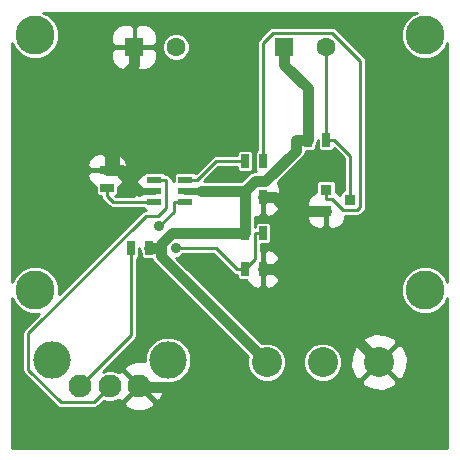
<source format=gtl>
G04 (created by PCBNEW (2013-mar-13)-testing) date Wed 04 Dec 2013 03:02:40 PM PST*
%MOIN*%
G04 Gerber Fmt 3.4, Leading zero omitted, Abs format*
%FSLAX34Y34*%
G01*
G70*
G90*
G04 APERTURE LIST*
%ADD10C,0.005906*%
%ADD11R,0.025000X0.045000*%
%ADD12R,0.063000X0.063000*%
%ADD13C,0.063000*%
%ADD14R,0.036000X0.036000*%
%ADD15R,0.045000X0.025000*%
%ADD16C,0.076000*%
%ADD17C,0.125000*%
%ADD18C,0.100000*%
%ADD19R,0.048031X0.024409*%
%ADD20C,0.130000*%
%ADD21C,0.035000*%
%ADD22C,0.035000*%
%ADD23C,0.024992*%
%ADD24C,0.024402*%
%ADD25C,0.010000*%
G04 APERTURE END LIST*
G54D10*
G54D11*
X18000Y-16400D03*
X18600Y-16400D03*
X20700Y-14500D03*
X20100Y-14500D03*
G54D12*
X14311Y-11400D03*
G54D13*
X15689Y-11400D03*
G54D12*
X19311Y-11400D03*
G54D13*
X20689Y-11400D03*
G54D14*
X20700Y-16850D03*
X20700Y-16150D03*
X21500Y-16500D03*
G54D11*
X14800Y-18100D03*
X14200Y-18100D03*
X18000Y-17600D03*
X18600Y-17600D03*
X18600Y-15200D03*
X18000Y-15200D03*
G54D15*
X13400Y-16100D03*
X13400Y-15500D03*
G54D11*
X18000Y-18800D03*
X18600Y-18800D03*
G54D16*
X12516Y-22700D03*
X13500Y-22700D03*
X14484Y-22700D03*
G54D17*
X11570Y-21834D03*
X15430Y-21834D03*
G54D18*
X18730Y-21900D03*
X20600Y-21900D03*
X22470Y-21900D03*
G54D19*
X16015Y-15825D03*
X16015Y-16200D03*
X16015Y-16574D03*
X14984Y-16574D03*
X14984Y-16200D03*
X14984Y-15825D03*
G54D20*
X11000Y-19500D03*
X24000Y-11000D03*
X11000Y-11000D03*
X24000Y-19500D03*
G54D21*
X15151Y-17365D03*
X15689Y-18100D03*
G54D22*
X15200Y-18370D02*
X15200Y-18100D01*
X18730Y-21900D02*
X15200Y-18370D01*
X14800Y-18100D02*
X15200Y-18100D01*
G54D23*
X17999Y-17600D02*
X18000Y-17600D01*
G54D22*
X19310Y-11400D02*
X19310Y-11990D01*
X15554Y-17600D02*
X17999Y-17600D01*
X15200Y-17954D02*
X15554Y-17600D01*
X15200Y-18100D02*
X15200Y-17954D01*
X17999Y-16900D02*
X18000Y-16900D01*
X17999Y-17600D02*
X17999Y-16900D01*
X18000Y-16400D02*
X18000Y-16900D01*
X20100Y-12779D02*
X19310Y-11990D01*
X20100Y-14500D02*
X20100Y-12779D01*
X18000Y-16400D02*
X18000Y-16199D01*
G54D24*
X16479Y-16199D02*
X16478Y-16200D01*
X16531Y-16199D02*
X16479Y-16199D01*
X16015Y-16200D02*
X16478Y-16200D01*
G54D22*
X20100Y-14500D02*
X19699Y-14500D01*
X18000Y-16199D02*
X16531Y-16199D01*
X19699Y-14850D02*
X19699Y-14500D01*
X18680Y-15869D02*
X19699Y-14850D01*
X18329Y-15869D02*
X18680Y-15869D01*
X18000Y-16199D02*
X18329Y-15869D01*
X18600Y-16400D02*
X19000Y-16400D01*
G54D24*
X14468Y-16200D02*
X14984Y-16200D01*
G54D22*
X13900Y-15631D02*
X13900Y-15500D01*
X14468Y-16200D02*
X13900Y-15631D01*
X13400Y-15500D02*
X13650Y-15500D01*
X13650Y-15500D02*
X13900Y-15500D01*
X13650Y-12651D02*
X14310Y-11990D01*
X13650Y-15500D02*
X13650Y-12651D01*
X14310Y-11400D02*
X14310Y-11990D01*
X18600Y-18800D02*
X19000Y-18800D01*
X20700Y-16850D02*
X19450Y-16850D01*
X19450Y-16850D02*
X19000Y-16400D01*
X19450Y-18350D02*
X19450Y-16850D01*
X19000Y-18800D02*
X19450Y-18350D01*
X21680Y-21110D02*
X19665Y-21110D01*
X22470Y-21900D02*
X21680Y-21110D01*
X14521Y-22737D02*
X14484Y-22700D01*
X18989Y-22737D02*
X14521Y-22737D01*
X19665Y-22061D02*
X18989Y-22737D01*
X19665Y-21110D02*
X19665Y-22061D01*
X19665Y-19464D02*
X19665Y-21110D01*
X19000Y-18800D02*
X19665Y-19464D01*
G54D25*
X18600Y-17600D02*
X18324Y-17600D01*
X18324Y-18475D02*
X18324Y-17600D01*
X18000Y-18800D02*
X18324Y-18475D01*
X15625Y-16892D02*
X15151Y-17365D01*
X15625Y-16574D02*
X15625Y-16892D01*
X17025Y-18100D02*
X17724Y-18800D01*
X15689Y-18100D02*
X17025Y-18100D01*
X18000Y-18800D02*
X17724Y-18800D01*
X16015Y-16574D02*
X15625Y-16574D01*
X20904Y-16480D02*
X20700Y-16480D01*
X21254Y-16830D02*
X20904Y-16480D01*
X21747Y-16830D02*
X21254Y-16830D01*
X21847Y-16730D02*
X21747Y-16830D01*
X21847Y-11877D02*
X21847Y-16730D01*
X20892Y-10922D02*
X21847Y-11877D01*
X18943Y-10922D02*
X20892Y-10922D01*
X18600Y-11266D02*
X18943Y-10922D01*
X18600Y-15200D02*
X18600Y-11266D01*
X20700Y-16150D02*
X20700Y-16480D01*
X17032Y-15200D02*
X18000Y-15200D01*
X16406Y-15825D02*
X17032Y-15200D01*
X16015Y-15825D02*
X16406Y-15825D01*
X20689Y-14113D02*
X20700Y-14124D01*
X20689Y-11400D02*
X20689Y-14113D01*
X20700Y-14500D02*
X20700Y-14124D01*
X21500Y-15024D02*
X20975Y-14500D01*
X21500Y-16500D02*
X21500Y-15024D01*
X20700Y-14500D02*
X20975Y-14500D01*
X13598Y-16574D02*
X13400Y-16375D01*
X14984Y-16574D02*
X13598Y-16574D01*
X13400Y-16100D02*
X13400Y-16375D01*
X14200Y-21015D02*
X14200Y-18100D01*
X12515Y-22700D02*
X14200Y-21015D01*
X14984Y-15825D02*
X15374Y-15825D01*
X12967Y-23232D02*
X13500Y-22700D01*
X11855Y-23232D02*
X12967Y-23232D01*
X10781Y-22158D02*
X11855Y-23232D01*
X10781Y-20948D02*
X10781Y-22158D01*
X14689Y-17040D02*
X10781Y-20948D01*
X15094Y-17040D02*
X14689Y-17040D01*
X15374Y-16761D02*
X15094Y-17040D01*
X15374Y-15825D02*
X15374Y-16761D01*
G54D10*
G36*
X24750Y-24750D02*
X23422Y-24750D01*
X23422Y-21723D01*
X23282Y-21372D01*
X23268Y-21351D01*
X23092Y-21312D01*
X23057Y-21347D01*
X23057Y-21277D01*
X23018Y-21101D01*
X22671Y-20952D01*
X22293Y-20947D01*
X21942Y-21087D01*
X21921Y-21101D01*
X21882Y-21277D01*
X22470Y-21864D01*
X23057Y-21277D01*
X23057Y-21347D01*
X22505Y-21900D01*
X23092Y-22487D01*
X23268Y-22448D01*
X23417Y-22101D01*
X23422Y-21723D01*
X23422Y-24750D01*
X23057Y-24750D01*
X23057Y-22522D01*
X22470Y-21935D01*
X22434Y-21970D01*
X22434Y-21900D01*
X21847Y-21312D01*
X21671Y-21351D01*
X21522Y-21698D01*
X21517Y-22076D01*
X21657Y-22427D01*
X21671Y-22448D01*
X21847Y-22487D01*
X22434Y-21900D01*
X22434Y-21970D01*
X21882Y-22522D01*
X21921Y-22698D01*
X22268Y-22847D01*
X22646Y-22852D01*
X22997Y-22712D01*
X23018Y-22698D01*
X23057Y-22522D01*
X23057Y-24750D01*
X21250Y-24750D01*
X21250Y-21771D01*
X21151Y-21532D01*
X20968Y-21349D01*
X20729Y-21250D01*
X20675Y-21250D01*
X20675Y-17367D01*
X20675Y-16875D01*
X20182Y-16875D01*
X20070Y-16987D01*
X20070Y-17119D01*
X20138Y-17284D01*
X20265Y-17411D01*
X20430Y-17480D01*
X20562Y-17480D01*
X20675Y-17367D01*
X20675Y-21250D01*
X20471Y-21249D01*
X20232Y-21348D01*
X20049Y-21531D01*
X19950Y-21770D01*
X19949Y-22028D01*
X20048Y-22267D01*
X20231Y-22450D01*
X20470Y-22549D01*
X20728Y-22550D01*
X20967Y-22451D01*
X21150Y-22268D01*
X21249Y-22029D01*
X21250Y-21771D01*
X21250Y-24750D01*
X16205Y-24750D01*
X16205Y-21680D01*
X16087Y-21395D01*
X15869Y-21177D01*
X15584Y-21059D01*
X15276Y-21058D01*
X14991Y-21176D01*
X14773Y-21394D01*
X14655Y-21679D01*
X14654Y-21871D01*
X14326Y-21868D01*
X14020Y-21991D01*
X14007Y-22000D01*
X13983Y-22163D01*
X14484Y-22664D01*
X14489Y-22659D01*
X14524Y-22694D01*
X14519Y-22700D01*
X15020Y-23200D01*
X15183Y-23176D01*
X15312Y-22873D01*
X15314Y-22608D01*
X15583Y-22609D01*
X15868Y-22491D01*
X16086Y-22273D01*
X16204Y-21988D01*
X16205Y-21680D01*
X16205Y-24750D01*
X14984Y-24750D01*
X14984Y-23236D01*
X14484Y-22735D01*
X13983Y-23236D01*
X14007Y-23399D01*
X14310Y-23528D01*
X14641Y-23531D01*
X14947Y-23408D01*
X14960Y-23399D01*
X14984Y-23236D01*
X14984Y-24750D01*
X10250Y-24750D01*
X10250Y-19779D01*
X10321Y-19952D01*
X10546Y-20177D01*
X10840Y-20299D01*
X11147Y-20300D01*
X10640Y-20807D01*
X10596Y-20871D01*
X10581Y-20948D01*
X10581Y-22158D01*
X10596Y-22235D01*
X10640Y-22299D01*
X11713Y-23373D01*
X11778Y-23416D01*
X11855Y-23432D01*
X12967Y-23432D01*
X13044Y-23416D01*
X13109Y-23373D01*
X13294Y-23188D01*
X13394Y-23229D01*
X13604Y-23230D01*
X13774Y-23160D01*
X13775Y-23163D01*
X13784Y-23176D01*
X13947Y-23200D01*
X14448Y-22700D01*
X13947Y-22199D01*
X13784Y-22223D01*
X13777Y-22241D01*
X13605Y-22170D01*
X13395Y-22169D01*
X13282Y-22216D01*
X14341Y-21157D01*
X14384Y-21092D01*
X14384Y-21092D01*
X14400Y-21015D01*
X14400Y-18456D01*
X14409Y-18452D01*
X14452Y-18409D01*
X14475Y-18354D01*
X14475Y-18295D01*
X14475Y-18100D01*
X14499Y-18224D01*
X14525Y-18262D01*
X14525Y-18354D01*
X14547Y-18409D01*
X14590Y-18452D01*
X14645Y-18475D01*
X14704Y-18475D01*
X14895Y-18475D01*
X14899Y-18494D01*
X14970Y-18599D01*
X18097Y-21727D01*
X18080Y-21770D01*
X18079Y-22028D01*
X18178Y-22267D01*
X18361Y-22450D01*
X18600Y-22549D01*
X18858Y-22550D01*
X19097Y-22451D01*
X19280Y-22268D01*
X19379Y-22029D01*
X19380Y-21771D01*
X19281Y-21532D01*
X19175Y-21425D01*
X19175Y-19114D01*
X19175Y-18937D01*
X19175Y-18662D01*
X19175Y-18485D01*
X19175Y-16714D01*
X19175Y-16537D01*
X19062Y-16425D01*
X18625Y-16425D01*
X18625Y-16962D01*
X18737Y-17075D01*
X18814Y-17075D01*
X18979Y-17006D01*
X19106Y-16879D01*
X19175Y-16714D01*
X19175Y-18485D01*
X19106Y-18320D01*
X18979Y-18193D01*
X18814Y-18125D01*
X18737Y-18125D01*
X18625Y-18237D01*
X18625Y-18775D01*
X19062Y-18775D01*
X19175Y-18662D01*
X19175Y-18937D01*
X19062Y-18825D01*
X18625Y-18825D01*
X18625Y-19362D01*
X18737Y-19475D01*
X18814Y-19475D01*
X18979Y-19406D01*
X19106Y-19279D01*
X19175Y-19114D01*
X19175Y-21425D01*
X19098Y-21349D01*
X18859Y-21250D01*
X18601Y-21249D01*
X18557Y-21267D01*
X15715Y-18426D01*
X15754Y-18426D01*
X15873Y-18376D01*
X15949Y-18300D01*
X16943Y-18300D01*
X17583Y-18941D01*
X17648Y-18984D01*
X17648Y-18984D01*
X17724Y-19000D01*
X17725Y-19000D01*
X17725Y-19054D01*
X17747Y-19109D01*
X17790Y-19152D01*
X17845Y-19175D01*
X17904Y-19175D01*
X18050Y-19175D01*
X18093Y-19279D01*
X18220Y-19406D01*
X18385Y-19475D01*
X18462Y-19475D01*
X18575Y-19362D01*
X18575Y-18825D01*
X18567Y-18825D01*
X18567Y-18775D01*
X18575Y-18775D01*
X18575Y-18237D01*
X18524Y-18187D01*
X18524Y-17975D01*
X18754Y-17975D01*
X18809Y-17952D01*
X18852Y-17909D01*
X18875Y-17854D01*
X18875Y-17795D01*
X18875Y-17345D01*
X18852Y-17290D01*
X18809Y-17247D01*
X18754Y-17225D01*
X18695Y-17225D01*
X18445Y-17225D01*
X18390Y-17247D01*
X18347Y-17290D01*
X18325Y-17345D01*
X18325Y-17400D01*
X18324Y-17400D01*
X18324Y-17400D01*
X18324Y-17049D01*
X18385Y-17075D01*
X18462Y-17075D01*
X18575Y-16962D01*
X18575Y-16425D01*
X18567Y-16425D01*
X18567Y-16375D01*
X18575Y-16375D01*
X18575Y-16367D01*
X18625Y-16367D01*
X18625Y-16375D01*
X19062Y-16375D01*
X19175Y-16262D01*
X19175Y-16085D01*
X19106Y-15920D01*
X19098Y-15911D01*
X19929Y-15079D01*
X19929Y-15079D01*
X19929Y-15079D01*
X20000Y-14974D01*
X20019Y-14875D01*
X20254Y-14875D01*
X20309Y-14852D01*
X20352Y-14809D01*
X20375Y-14754D01*
X20375Y-14695D01*
X20375Y-14662D01*
X20400Y-14624D01*
X20425Y-14500D01*
X20425Y-14754D01*
X20447Y-14809D01*
X20490Y-14852D01*
X20545Y-14875D01*
X20604Y-14875D01*
X20854Y-14875D01*
X20909Y-14852D01*
X20952Y-14809D01*
X20966Y-14774D01*
X21300Y-15107D01*
X21300Y-16170D01*
X21290Y-16170D01*
X21235Y-16192D01*
X21192Y-16235D01*
X21170Y-16290D01*
X21170Y-16323D01*
X21134Y-16288D01*
X21030Y-16245D01*
X21030Y-15940D01*
X21007Y-15885D01*
X20964Y-15842D01*
X20909Y-15820D01*
X20850Y-15820D01*
X20490Y-15820D01*
X20435Y-15842D01*
X20392Y-15885D01*
X20370Y-15940D01*
X20370Y-15999D01*
X20370Y-16245D01*
X20265Y-16288D01*
X20138Y-16415D01*
X20070Y-16580D01*
X20070Y-16712D01*
X20182Y-16825D01*
X20675Y-16825D01*
X20675Y-16817D01*
X20725Y-16817D01*
X20725Y-16825D01*
X20732Y-16825D01*
X20732Y-16875D01*
X20725Y-16875D01*
X20725Y-17367D01*
X20837Y-17480D01*
X20969Y-17480D01*
X21134Y-17411D01*
X21261Y-17284D01*
X21330Y-17119D01*
X21330Y-17030D01*
X21747Y-17030D01*
X21824Y-17014D01*
X21889Y-16971D01*
X21988Y-16872D01*
X22032Y-16807D01*
X22032Y-16807D01*
X22047Y-16730D01*
X22047Y-11877D01*
X22032Y-11800D01*
X21988Y-11736D01*
X21034Y-10781D01*
X20969Y-10738D01*
X20892Y-10722D01*
X18943Y-10722D01*
X18867Y-10738D01*
X18802Y-10781D01*
X18458Y-11125D01*
X18415Y-11190D01*
X18400Y-11266D01*
X18400Y-14843D01*
X18390Y-14847D01*
X18347Y-14890D01*
X18325Y-14945D01*
X18325Y-15004D01*
X18325Y-15454D01*
X18347Y-15509D01*
X18382Y-15544D01*
X18329Y-15544D01*
X18329Y-15544D01*
X18204Y-15569D01*
X18099Y-15640D01*
X17865Y-15874D01*
X16640Y-15874D01*
X17114Y-15400D01*
X17725Y-15400D01*
X17725Y-15454D01*
X17747Y-15509D01*
X17790Y-15552D01*
X17845Y-15575D01*
X17904Y-15575D01*
X18154Y-15575D01*
X18209Y-15552D01*
X18252Y-15509D01*
X18275Y-15454D01*
X18275Y-15395D01*
X18275Y-14945D01*
X18252Y-14890D01*
X18209Y-14847D01*
X18154Y-14825D01*
X18095Y-14825D01*
X17845Y-14825D01*
X17790Y-14847D01*
X17747Y-14890D01*
X17725Y-14945D01*
X17725Y-15000D01*
X17032Y-15000D01*
X16955Y-15015D01*
X16890Y-15058D01*
X16356Y-15592D01*
X16340Y-15576D01*
X16285Y-15553D01*
X16226Y-15553D01*
X16154Y-15553D01*
X16154Y-11307D01*
X16083Y-11136D01*
X15952Y-11006D01*
X15781Y-10935D01*
X15596Y-10934D01*
X15425Y-11005D01*
X15295Y-11136D01*
X15224Y-11307D01*
X15223Y-11492D01*
X15294Y-11663D01*
X15425Y-11793D01*
X15596Y-11864D01*
X15781Y-11865D01*
X15952Y-11794D01*
X16082Y-11663D01*
X16153Y-11492D01*
X16154Y-11307D01*
X16154Y-15553D01*
X15745Y-15553D01*
X15690Y-15576D01*
X15648Y-15618D01*
X15625Y-15674D01*
X15625Y-15733D01*
X15625Y-15870D01*
X15605Y-15823D01*
X15566Y-15783D01*
X15559Y-15749D01*
X15515Y-15684D01*
X15451Y-15641D01*
X15374Y-15625D01*
X15354Y-15625D01*
X15351Y-15618D01*
X15309Y-15576D01*
X15254Y-15553D01*
X15194Y-15553D01*
X15076Y-15553D01*
X15076Y-11804D01*
X15076Y-11625D01*
X15076Y-11537D01*
X15076Y-11262D01*
X15076Y-11174D01*
X15076Y-10995D01*
X15007Y-10830D01*
X14880Y-10703D01*
X14715Y-10635D01*
X14448Y-10635D01*
X14336Y-10747D01*
X14336Y-11375D01*
X14963Y-11375D01*
X15076Y-11262D01*
X15076Y-11537D01*
X14963Y-11425D01*
X14336Y-11425D01*
X14336Y-12052D01*
X14448Y-12165D01*
X14715Y-12165D01*
X14880Y-12096D01*
X15007Y-11969D01*
X15076Y-11804D01*
X15076Y-15553D01*
X14714Y-15553D01*
X14659Y-15576D01*
X14616Y-15618D01*
X14604Y-15648D01*
X14489Y-15696D01*
X14362Y-15823D01*
X14294Y-15988D01*
X14294Y-16062D01*
X14406Y-16175D01*
X14959Y-16175D01*
X14959Y-16167D01*
X15009Y-16167D01*
X15009Y-16175D01*
X15017Y-16175D01*
X15017Y-16225D01*
X15009Y-16225D01*
X15009Y-16232D01*
X14959Y-16232D01*
X14959Y-16225D01*
X14406Y-16225D01*
X14294Y-16337D01*
X14294Y-16374D01*
X14286Y-16374D01*
X14286Y-12052D01*
X14286Y-11425D01*
X14286Y-11375D01*
X14286Y-10747D01*
X14173Y-10635D01*
X13906Y-10635D01*
X13741Y-10703D01*
X13614Y-10830D01*
X13546Y-10995D01*
X13546Y-11174D01*
X13546Y-11262D01*
X13658Y-11375D01*
X14286Y-11375D01*
X14286Y-11425D01*
X13658Y-11425D01*
X13546Y-11537D01*
X13546Y-11625D01*
X13546Y-11804D01*
X13614Y-11969D01*
X13741Y-12096D01*
X13906Y-12165D01*
X14173Y-12165D01*
X14286Y-12052D01*
X14286Y-16374D01*
X13681Y-16374D01*
X13674Y-16366D01*
X13709Y-16352D01*
X13752Y-16309D01*
X13775Y-16254D01*
X13775Y-16195D01*
X13775Y-16049D01*
X13879Y-16006D01*
X14006Y-15879D01*
X14075Y-15714D01*
X14075Y-15637D01*
X14075Y-15362D01*
X14075Y-15285D01*
X14006Y-15120D01*
X13879Y-14993D01*
X13714Y-14925D01*
X13537Y-14925D01*
X13425Y-15037D01*
X13425Y-15475D01*
X13962Y-15475D01*
X14075Y-15362D01*
X14075Y-15637D01*
X13962Y-15525D01*
X13425Y-15525D01*
X13425Y-15532D01*
X13375Y-15532D01*
X13375Y-15525D01*
X13375Y-15475D01*
X13375Y-15037D01*
X13262Y-14925D01*
X13085Y-14925D01*
X12920Y-14993D01*
X12793Y-15120D01*
X12725Y-15285D01*
X12725Y-15362D01*
X12837Y-15475D01*
X13375Y-15475D01*
X13375Y-15525D01*
X12837Y-15525D01*
X12725Y-15637D01*
X12725Y-15714D01*
X12793Y-15879D01*
X12920Y-16006D01*
X13025Y-16049D01*
X13025Y-16254D01*
X13047Y-16309D01*
X13090Y-16352D01*
X13145Y-16375D01*
X13200Y-16375D01*
X13200Y-16375D01*
X13215Y-16451D01*
X13258Y-16516D01*
X13457Y-16715D01*
X13522Y-16758D01*
X13598Y-16774D01*
X14614Y-16774D01*
X14616Y-16781D01*
X14659Y-16823D01*
X14701Y-16840D01*
X14689Y-16840D01*
X14612Y-16856D01*
X14591Y-16870D01*
X14547Y-16899D01*
X11799Y-19647D01*
X11800Y-19341D01*
X11678Y-19047D01*
X11453Y-18822D01*
X11159Y-18700D01*
X10841Y-18699D01*
X10547Y-18821D01*
X10322Y-19046D01*
X10250Y-19220D01*
X10250Y-11279D01*
X10321Y-11452D01*
X10546Y-11677D01*
X10840Y-11799D01*
X11158Y-11800D01*
X11452Y-11678D01*
X11677Y-11453D01*
X11799Y-11159D01*
X11800Y-10841D01*
X11678Y-10547D01*
X11453Y-10322D01*
X11279Y-10250D01*
X23720Y-10250D01*
X23547Y-10321D01*
X23322Y-10546D01*
X23200Y-10840D01*
X23199Y-11158D01*
X23321Y-11452D01*
X23546Y-11677D01*
X23840Y-11799D01*
X24158Y-11800D01*
X24452Y-11678D01*
X24677Y-11453D01*
X24750Y-11279D01*
X24750Y-19220D01*
X24678Y-19047D01*
X24453Y-18822D01*
X24159Y-18700D01*
X23841Y-18699D01*
X23547Y-18821D01*
X23322Y-19046D01*
X23200Y-19340D01*
X23199Y-19658D01*
X23321Y-19952D01*
X23546Y-20177D01*
X23840Y-20299D01*
X24158Y-20300D01*
X24452Y-20178D01*
X24677Y-19953D01*
X24750Y-19779D01*
X24750Y-24750D01*
X24750Y-24750D01*
G37*
G54D25*
X24750Y-24750D02*
X23422Y-24750D01*
X23422Y-21723D01*
X23282Y-21372D01*
X23268Y-21351D01*
X23092Y-21312D01*
X23057Y-21347D01*
X23057Y-21277D01*
X23018Y-21101D01*
X22671Y-20952D01*
X22293Y-20947D01*
X21942Y-21087D01*
X21921Y-21101D01*
X21882Y-21277D01*
X22470Y-21864D01*
X23057Y-21277D01*
X23057Y-21347D01*
X22505Y-21900D01*
X23092Y-22487D01*
X23268Y-22448D01*
X23417Y-22101D01*
X23422Y-21723D01*
X23422Y-24750D01*
X23057Y-24750D01*
X23057Y-22522D01*
X22470Y-21935D01*
X22434Y-21970D01*
X22434Y-21900D01*
X21847Y-21312D01*
X21671Y-21351D01*
X21522Y-21698D01*
X21517Y-22076D01*
X21657Y-22427D01*
X21671Y-22448D01*
X21847Y-22487D01*
X22434Y-21900D01*
X22434Y-21970D01*
X21882Y-22522D01*
X21921Y-22698D01*
X22268Y-22847D01*
X22646Y-22852D01*
X22997Y-22712D01*
X23018Y-22698D01*
X23057Y-22522D01*
X23057Y-24750D01*
X21250Y-24750D01*
X21250Y-21771D01*
X21151Y-21532D01*
X20968Y-21349D01*
X20729Y-21250D01*
X20675Y-21250D01*
X20675Y-17367D01*
X20675Y-16875D01*
X20182Y-16875D01*
X20070Y-16987D01*
X20070Y-17119D01*
X20138Y-17284D01*
X20265Y-17411D01*
X20430Y-17480D01*
X20562Y-17480D01*
X20675Y-17367D01*
X20675Y-21250D01*
X20471Y-21249D01*
X20232Y-21348D01*
X20049Y-21531D01*
X19950Y-21770D01*
X19949Y-22028D01*
X20048Y-22267D01*
X20231Y-22450D01*
X20470Y-22549D01*
X20728Y-22550D01*
X20967Y-22451D01*
X21150Y-22268D01*
X21249Y-22029D01*
X21250Y-21771D01*
X21250Y-24750D01*
X16205Y-24750D01*
X16205Y-21680D01*
X16087Y-21395D01*
X15869Y-21177D01*
X15584Y-21059D01*
X15276Y-21058D01*
X14991Y-21176D01*
X14773Y-21394D01*
X14655Y-21679D01*
X14654Y-21871D01*
X14326Y-21868D01*
X14020Y-21991D01*
X14007Y-22000D01*
X13983Y-22163D01*
X14484Y-22664D01*
X14489Y-22659D01*
X14524Y-22694D01*
X14519Y-22700D01*
X15020Y-23200D01*
X15183Y-23176D01*
X15312Y-22873D01*
X15314Y-22608D01*
X15583Y-22609D01*
X15868Y-22491D01*
X16086Y-22273D01*
X16204Y-21988D01*
X16205Y-21680D01*
X16205Y-24750D01*
X14984Y-24750D01*
X14984Y-23236D01*
X14484Y-22735D01*
X13983Y-23236D01*
X14007Y-23399D01*
X14310Y-23528D01*
X14641Y-23531D01*
X14947Y-23408D01*
X14960Y-23399D01*
X14984Y-23236D01*
X14984Y-24750D01*
X10250Y-24750D01*
X10250Y-19779D01*
X10321Y-19952D01*
X10546Y-20177D01*
X10840Y-20299D01*
X11147Y-20300D01*
X10640Y-20807D01*
X10596Y-20871D01*
X10581Y-20948D01*
X10581Y-22158D01*
X10596Y-22235D01*
X10640Y-22299D01*
X11713Y-23373D01*
X11778Y-23416D01*
X11855Y-23432D01*
X12967Y-23432D01*
X13044Y-23416D01*
X13109Y-23373D01*
X13294Y-23188D01*
X13394Y-23229D01*
X13604Y-23230D01*
X13774Y-23160D01*
X13775Y-23163D01*
X13784Y-23176D01*
X13947Y-23200D01*
X14448Y-22700D01*
X13947Y-22199D01*
X13784Y-22223D01*
X13777Y-22241D01*
X13605Y-22170D01*
X13395Y-22169D01*
X13282Y-22216D01*
X14341Y-21157D01*
X14384Y-21092D01*
X14384Y-21092D01*
X14400Y-21015D01*
X14400Y-18456D01*
X14409Y-18452D01*
X14452Y-18409D01*
X14475Y-18354D01*
X14475Y-18295D01*
X14475Y-18100D01*
X14499Y-18224D01*
X14525Y-18262D01*
X14525Y-18354D01*
X14547Y-18409D01*
X14590Y-18452D01*
X14645Y-18475D01*
X14704Y-18475D01*
X14895Y-18475D01*
X14899Y-18494D01*
X14970Y-18599D01*
X18097Y-21727D01*
X18080Y-21770D01*
X18079Y-22028D01*
X18178Y-22267D01*
X18361Y-22450D01*
X18600Y-22549D01*
X18858Y-22550D01*
X19097Y-22451D01*
X19280Y-22268D01*
X19379Y-22029D01*
X19380Y-21771D01*
X19281Y-21532D01*
X19175Y-21425D01*
X19175Y-19114D01*
X19175Y-18937D01*
X19175Y-18662D01*
X19175Y-18485D01*
X19175Y-16714D01*
X19175Y-16537D01*
X19062Y-16425D01*
X18625Y-16425D01*
X18625Y-16962D01*
X18737Y-17075D01*
X18814Y-17075D01*
X18979Y-17006D01*
X19106Y-16879D01*
X19175Y-16714D01*
X19175Y-18485D01*
X19106Y-18320D01*
X18979Y-18193D01*
X18814Y-18125D01*
X18737Y-18125D01*
X18625Y-18237D01*
X18625Y-18775D01*
X19062Y-18775D01*
X19175Y-18662D01*
X19175Y-18937D01*
X19062Y-18825D01*
X18625Y-18825D01*
X18625Y-19362D01*
X18737Y-19475D01*
X18814Y-19475D01*
X18979Y-19406D01*
X19106Y-19279D01*
X19175Y-19114D01*
X19175Y-21425D01*
X19098Y-21349D01*
X18859Y-21250D01*
X18601Y-21249D01*
X18557Y-21267D01*
X15715Y-18426D01*
X15754Y-18426D01*
X15873Y-18376D01*
X15949Y-18300D01*
X16943Y-18300D01*
X17583Y-18941D01*
X17648Y-18984D01*
X17648Y-18984D01*
X17724Y-19000D01*
X17725Y-19000D01*
X17725Y-19054D01*
X17747Y-19109D01*
X17790Y-19152D01*
X17845Y-19175D01*
X17904Y-19175D01*
X18050Y-19175D01*
X18093Y-19279D01*
X18220Y-19406D01*
X18385Y-19475D01*
X18462Y-19475D01*
X18575Y-19362D01*
X18575Y-18825D01*
X18567Y-18825D01*
X18567Y-18775D01*
X18575Y-18775D01*
X18575Y-18237D01*
X18524Y-18187D01*
X18524Y-17975D01*
X18754Y-17975D01*
X18809Y-17952D01*
X18852Y-17909D01*
X18875Y-17854D01*
X18875Y-17795D01*
X18875Y-17345D01*
X18852Y-17290D01*
X18809Y-17247D01*
X18754Y-17225D01*
X18695Y-17225D01*
X18445Y-17225D01*
X18390Y-17247D01*
X18347Y-17290D01*
X18325Y-17345D01*
X18325Y-17400D01*
X18324Y-17400D01*
X18324Y-17400D01*
X18324Y-17049D01*
X18385Y-17075D01*
X18462Y-17075D01*
X18575Y-16962D01*
X18575Y-16425D01*
X18567Y-16425D01*
X18567Y-16375D01*
X18575Y-16375D01*
X18575Y-16367D01*
X18625Y-16367D01*
X18625Y-16375D01*
X19062Y-16375D01*
X19175Y-16262D01*
X19175Y-16085D01*
X19106Y-15920D01*
X19098Y-15911D01*
X19929Y-15079D01*
X19929Y-15079D01*
X19929Y-15079D01*
X20000Y-14974D01*
X20019Y-14875D01*
X20254Y-14875D01*
X20309Y-14852D01*
X20352Y-14809D01*
X20375Y-14754D01*
X20375Y-14695D01*
X20375Y-14662D01*
X20400Y-14624D01*
X20425Y-14500D01*
X20425Y-14754D01*
X20447Y-14809D01*
X20490Y-14852D01*
X20545Y-14875D01*
X20604Y-14875D01*
X20854Y-14875D01*
X20909Y-14852D01*
X20952Y-14809D01*
X20966Y-14774D01*
X21300Y-15107D01*
X21300Y-16170D01*
X21290Y-16170D01*
X21235Y-16192D01*
X21192Y-16235D01*
X21170Y-16290D01*
X21170Y-16323D01*
X21134Y-16288D01*
X21030Y-16245D01*
X21030Y-15940D01*
X21007Y-15885D01*
X20964Y-15842D01*
X20909Y-15820D01*
X20850Y-15820D01*
X20490Y-15820D01*
X20435Y-15842D01*
X20392Y-15885D01*
X20370Y-15940D01*
X20370Y-15999D01*
X20370Y-16245D01*
X20265Y-16288D01*
X20138Y-16415D01*
X20070Y-16580D01*
X20070Y-16712D01*
X20182Y-16825D01*
X20675Y-16825D01*
X20675Y-16817D01*
X20725Y-16817D01*
X20725Y-16825D01*
X20732Y-16825D01*
X20732Y-16875D01*
X20725Y-16875D01*
X20725Y-17367D01*
X20837Y-17480D01*
X20969Y-17480D01*
X21134Y-17411D01*
X21261Y-17284D01*
X21330Y-17119D01*
X21330Y-17030D01*
X21747Y-17030D01*
X21824Y-17014D01*
X21889Y-16971D01*
X21988Y-16872D01*
X22032Y-16807D01*
X22032Y-16807D01*
X22047Y-16730D01*
X22047Y-11877D01*
X22032Y-11800D01*
X21988Y-11736D01*
X21034Y-10781D01*
X20969Y-10738D01*
X20892Y-10722D01*
X18943Y-10722D01*
X18867Y-10738D01*
X18802Y-10781D01*
X18458Y-11125D01*
X18415Y-11190D01*
X18400Y-11266D01*
X18400Y-14843D01*
X18390Y-14847D01*
X18347Y-14890D01*
X18325Y-14945D01*
X18325Y-15004D01*
X18325Y-15454D01*
X18347Y-15509D01*
X18382Y-15544D01*
X18329Y-15544D01*
X18329Y-15544D01*
X18204Y-15569D01*
X18099Y-15640D01*
X17865Y-15874D01*
X16640Y-15874D01*
X17114Y-15400D01*
X17725Y-15400D01*
X17725Y-15454D01*
X17747Y-15509D01*
X17790Y-15552D01*
X17845Y-15575D01*
X17904Y-15575D01*
X18154Y-15575D01*
X18209Y-15552D01*
X18252Y-15509D01*
X18275Y-15454D01*
X18275Y-15395D01*
X18275Y-14945D01*
X18252Y-14890D01*
X18209Y-14847D01*
X18154Y-14825D01*
X18095Y-14825D01*
X17845Y-14825D01*
X17790Y-14847D01*
X17747Y-14890D01*
X17725Y-14945D01*
X17725Y-15000D01*
X17032Y-15000D01*
X16955Y-15015D01*
X16890Y-15058D01*
X16356Y-15592D01*
X16340Y-15576D01*
X16285Y-15553D01*
X16226Y-15553D01*
X16154Y-15553D01*
X16154Y-11307D01*
X16083Y-11136D01*
X15952Y-11006D01*
X15781Y-10935D01*
X15596Y-10934D01*
X15425Y-11005D01*
X15295Y-11136D01*
X15224Y-11307D01*
X15223Y-11492D01*
X15294Y-11663D01*
X15425Y-11793D01*
X15596Y-11864D01*
X15781Y-11865D01*
X15952Y-11794D01*
X16082Y-11663D01*
X16153Y-11492D01*
X16154Y-11307D01*
X16154Y-15553D01*
X15745Y-15553D01*
X15690Y-15576D01*
X15648Y-15618D01*
X15625Y-15674D01*
X15625Y-15733D01*
X15625Y-15870D01*
X15605Y-15823D01*
X15566Y-15783D01*
X15559Y-15749D01*
X15515Y-15684D01*
X15451Y-15641D01*
X15374Y-15625D01*
X15354Y-15625D01*
X15351Y-15618D01*
X15309Y-15576D01*
X15254Y-15553D01*
X15194Y-15553D01*
X15076Y-15553D01*
X15076Y-11804D01*
X15076Y-11625D01*
X15076Y-11537D01*
X15076Y-11262D01*
X15076Y-11174D01*
X15076Y-10995D01*
X15007Y-10830D01*
X14880Y-10703D01*
X14715Y-10635D01*
X14448Y-10635D01*
X14336Y-10747D01*
X14336Y-11375D01*
X14963Y-11375D01*
X15076Y-11262D01*
X15076Y-11537D01*
X14963Y-11425D01*
X14336Y-11425D01*
X14336Y-12052D01*
X14448Y-12165D01*
X14715Y-12165D01*
X14880Y-12096D01*
X15007Y-11969D01*
X15076Y-11804D01*
X15076Y-15553D01*
X14714Y-15553D01*
X14659Y-15576D01*
X14616Y-15618D01*
X14604Y-15648D01*
X14489Y-15696D01*
X14362Y-15823D01*
X14294Y-15988D01*
X14294Y-16062D01*
X14406Y-16175D01*
X14959Y-16175D01*
X14959Y-16167D01*
X15009Y-16167D01*
X15009Y-16175D01*
X15017Y-16175D01*
X15017Y-16225D01*
X15009Y-16225D01*
X15009Y-16232D01*
X14959Y-16232D01*
X14959Y-16225D01*
X14406Y-16225D01*
X14294Y-16337D01*
X14294Y-16374D01*
X14286Y-16374D01*
X14286Y-12052D01*
X14286Y-11425D01*
X14286Y-11375D01*
X14286Y-10747D01*
X14173Y-10635D01*
X13906Y-10635D01*
X13741Y-10703D01*
X13614Y-10830D01*
X13546Y-10995D01*
X13546Y-11174D01*
X13546Y-11262D01*
X13658Y-11375D01*
X14286Y-11375D01*
X14286Y-11425D01*
X13658Y-11425D01*
X13546Y-11537D01*
X13546Y-11625D01*
X13546Y-11804D01*
X13614Y-11969D01*
X13741Y-12096D01*
X13906Y-12165D01*
X14173Y-12165D01*
X14286Y-12052D01*
X14286Y-16374D01*
X13681Y-16374D01*
X13674Y-16366D01*
X13709Y-16352D01*
X13752Y-16309D01*
X13775Y-16254D01*
X13775Y-16195D01*
X13775Y-16049D01*
X13879Y-16006D01*
X14006Y-15879D01*
X14075Y-15714D01*
X14075Y-15637D01*
X14075Y-15362D01*
X14075Y-15285D01*
X14006Y-15120D01*
X13879Y-14993D01*
X13714Y-14925D01*
X13537Y-14925D01*
X13425Y-15037D01*
X13425Y-15475D01*
X13962Y-15475D01*
X14075Y-15362D01*
X14075Y-15637D01*
X13962Y-15525D01*
X13425Y-15525D01*
X13425Y-15532D01*
X13375Y-15532D01*
X13375Y-15525D01*
X13375Y-15475D01*
X13375Y-15037D01*
X13262Y-14925D01*
X13085Y-14925D01*
X12920Y-14993D01*
X12793Y-15120D01*
X12725Y-15285D01*
X12725Y-15362D01*
X12837Y-15475D01*
X13375Y-15475D01*
X13375Y-15525D01*
X12837Y-15525D01*
X12725Y-15637D01*
X12725Y-15714D01*
X12793Y-15879D01*
X12920Y-16006D01*
X13025Y-16049D01*
X13025Y-16254D01*
X13047Y-16309D01*
X13090Y-16352D01*
X13145Y-16375D01*
X13200Y-16375D01*
X13200Y-16375D01*
X13215Y-16451D01*
X13258Y-16516D01*
X13457Y-16715D01*
X13522Y-16758D01*
X13598Y-16774D01*
X14614Y-16774D01*
X14616Y-16781D01*
X14659Y-16823D01*
X14701Y-16840D01*
X14689Y-16840D01*
X14612Y-16856D01*
X14591Y-16870D01*
X14547Y-16899D01*
X11799Y-19647D01*
X11800Y-19341D01*
X11678Y-19047D01*
X11453Y-18822D01*
X11159Y-18700D01*
X10841Y-18699D01*
X10547Y-18821D01*
X10322Y-19046D01*
X10250Y-19220D01*
X10250Y-11279D01*
X10321Y-11452D01*
X10546Y-11677D01*
X10840Y-11799D01*
X11158Y-11800D01*
X11452Y-11678D01*
X11677Y-11453D01*
X11799Y-11159D01*
X11800Y-10841D01*
X11678Y-10547D01*
X11453Y-10322D01*
X11279Y-10250D01*
X23720Y-10250D01*
X23547Y-10321D01*
X23322Y-10546D01*
X23200Y-10840D01*
X23199Y-11158D01*
X23321Y-11452D01*
X23546Y-11677D01*
X23840Y-11799D01*
X24158Y-11800D01*
X24452Y-11678D01*
X24677Y-11453D01*
X24750Y-11279D01*
X24750Y-19220D01*
X24678Y-19047D01*
X24453Y-18822D01*
X24159Y-18700D01*
X23841Y-18699D01*
X23547Y-18821D01*
X23322Y-19046D01*
X23200Y-19340D01*
X23199Y-19658D01*
X23321Y-19952D01*
X23546Y-20177D01*
X23840Y-20299D01*
X24158Y-20300D01*
X24452Y-20178D01*
X24677Y-19953D01*
X24750Y-19779D01*
X24750Y-24750D01*
M02*

</source>
